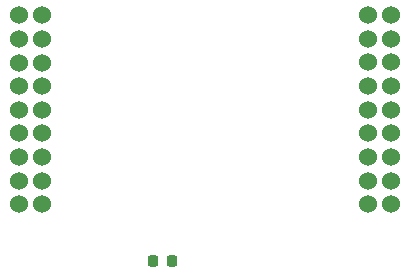
<source format=gtp>
G04 #@! TF.GenerationSoftware,KiCad,Pcbnew,7.0.6-0*
G04 #@! TF.CreationDate,2023-11-15T10:51:59-05:00*
G04 #@! TF.ProjectId,AntSniffer,416e7453-6e69-4666-9665-722e6b696361,rev?*
G04 #@! TF.SameCoordinates,Original*
G04 #@! TF.FileFunction,Paste,Top*
G04 #@! TF.FilePolarity,Positive*
%FSLAX46Y46*%
G04 Gerber Fmt 4.6, Leading zero omitted, Abs format (unit mm)*
G04 Created by KiCad (PCBNEW 7.0.6-0) date 2023-11-15 10:51:59*
%MOMM*%
%LPD*%
G01*
G04 APERTURE LIST*
G04 Aperture macros list*
%AMRoundRect*
0 Rectangle with rounded corners*
0 $1 Rounding radius*
0 $2 $3 $4 $5 $6 $7 $8 $9 X,Y pos of 4 corners*
0 Add a 4 corners polygon primitive as box body*
4,1,4,$2,$3,$4,$5,$6,$7,$8,$9,$2,$3,0*
0 Add four circle primitives for the rounded corners*
1,1,$1+$1,$2,$3*
1,1,$1+$1,$4,$5*
1,1,$1+$1,$6,$7*
1,1,$1+$1,$8,$9*
0 Add four rect primitives between the rounded corners*
20,1,$1+$1,$2,$3,$4,$5,0*
20,1,$1+$1,$4,$5,$6,$7,0*
20,1,$1+$1,$6,$7,$8,$9,0*
20,1,$1+$1,$8,$9,$2,$3,0*%
G04 Aperture macros list end*
%ADD10C,1.524000*%
%ADD11RoundRect,0.218750X-0.218750X-0.256250X0.218750X-0.256250X0.218750X0.256250X-0.218750X0.256250X0*%
G04 APERTURE END LIST*
D10*
X182301000Y-49759600D03*
X184300000Y-49759600D03*
X182301000Y-51758600D03*
X184300000Y-51758600D03*
X182300000Y-53759600D03*
X184300000Y-53759600D03*
X182300000Y-55759600D03*
X184300000Y-55759600D03*
X182300000Y-57759600D03*
X184300000Y-57759600D03*
X182300000Y-59759600D03*
X184300000Y-59759600D03*
X182300000Y-61759600D03*
X184300000Y-61759600D03*
X182300000Y-63759600D03*
X184300000Y-63759600D03*
X182300000Y-65759600D03*
X184300000Y-65759600D03*
D11*
X164160100Y-70561200D03*
X165735100Y-70561200D03*
D10*
X154769000Y-49771800D03*
X152770000Y-49771800D03*
X154769000Y-51770800D03*
X152770000Y-51770800D03*
X154770000Y-53771800D03*
X152770000Y-53771800D03*
X154770000Y-55771800D03*
X152770000Y-55771800D03*
X154770000Y-57771800D03*
X152770000Y-57771800D03*
X154770000Y-59771800D03*
X152770000Y-59771800D03*
X154770000Y-61771800D03*
X152770000Y-61771800D03*
X154770000Y-63771800D03*
X152770000Y-63771800D03*
X154770000Y-65771800D03*
X152770000Y-65771800D03*
M02*

</source>
